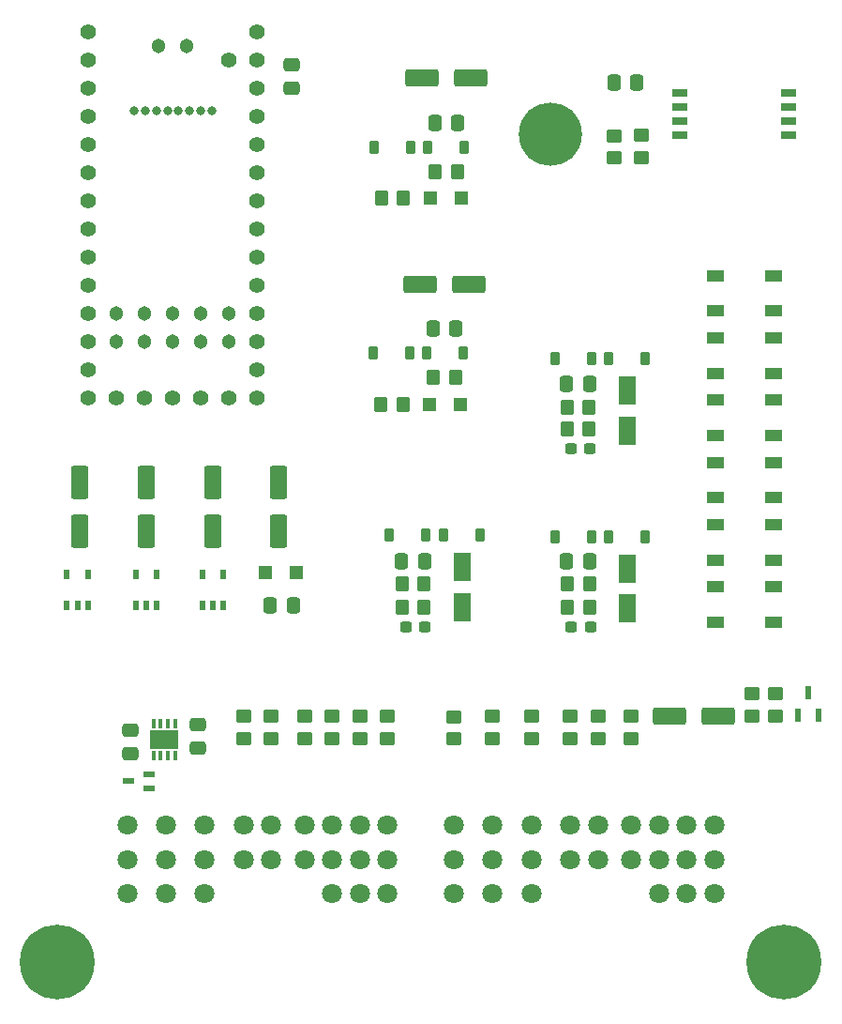
<source format=gts>
G04 #@! TF.GenerationSoftware,KiCad,Pcbnew,7.0.8*
G04 #@! TF.CreationDate,2023-11-08T10:16:28+01:00*
G04 #@! TF.ProjectId,MicroKI,4d696372-6f4b-4492-9e6b-696361645f70,rev?*
G04 #@! TF.SameCoordinates,Original*
G04 #@! TF.FileFunction,Soldermask,Top*
G04 #@! TF.FilePolarity,Negative*
%FSLAX46Y46*%
G04 Gerber Fmt 4.6, Leading zero omitted, Abs format (unit mm)*
G04 Created by KiCad (PCBNEW 7.0.8) date 2023-11-08 10:16:28*
%MOMM*%
%LPD*%
G01*
G04 APERTURE LIST*
G04 Aperture macros list*
%AMRoundRect*
0 Rectangle with rounded corners*
0 $1 Rounding radius*
0 $2 $3 $4 $5 $6 $7 $8 $9 X,Y pos of 4 corners*
0 Add a 4 corners polygon primitive as box body*
4,1,4,$2,$3,$4,$5,$6,$7,$8,$9,$2,$3,0*
0 Add four circle primitives for the rounded corners*
1,1,$1+$1,$2,$3*
1,1,$1+$1,$4,$5*
1,1,$1+$1,$6,$7*
1,1,$1+$1,$8,$9*
0 Add four rect primitives between the rounded corners*
20,1,$1+$1,$2,$3,$4,$5,0*
20,1,$1+$1,$4,$5,$6,$7,0*
20,1,$1+$1,$6,$7,$8,$9,0*
20,1,$1+$1,$8,$9,$2,$3,0*%
G04 Aperture macros list end*
%ADD10RoundRect,0.250000X0.550000X-1.250000X0.550000X1.250000X-0.550000X1.250000X-0.550000X-1.250000X0*%
%ADD11RoundRect,0.237500X-0.300000X-0.237500X0.300000X-0.237500X0.300000X0.237500X-0.300000X0.237500X0*%
%ADD12RoundRect,0.225000X-0.225000X-0.375000X0.225000X-0.375000X0.225000X0.375000X-0.225000X0.375000X0*%
%ADD13R,1.350000X0.690000*%
%ADD14C,1.404000*%
%ADD15C,1.304000*%
%ADD16C,0.804000*%
%ADD17RoundRect,0.250000X-0.450000X0.350000X-0.450000X-0.350000X0.450000X-0.350000X0.450000X0.350000X0*%
%ADD18RoundRect,0.250000X-1.250000X-0.550000X1.250000X-0.550000X1.250000X0.550000X-1.250000X0.550000X0*%
%ADD19RoundRect,0.250000X0.350000X0.450000X-0.350000X0.450000X-0.350000X-0.450000X0.350000X-0.450000X0*%
%ADD20RoundRect,0.225000X0.225000X0.375000X-0.225000X0.375000X-0.225000X-0.375000X0.225000X-0.375000X0*%
%ADD21R,0.600000X0.900000*%
%ADD22RoundRect,0.250000X0.475000X-0.337500X0.475000X0.337500X-0.475000X0.337500X-0.475000X-0.337500X0*%
%ADD23R,0.600000X1.300000*%
%ADD24RoundRect,0.250000X0.337500X0.475000X-0.337500X0.475000X-0.337500X-0.475000X0.337500X-0.475000X0*%
%ADD25RoundRect,0.250000X-0.550000X1.050000X-0.550000X-1.050000X0.550000X-1.050000X0.550000X1.050000X0*%
%ADD26RoundRect,0.250000X-0.337500X-0.475000X0.337500X-0.475000X0.337500X0.475000X-0.337500X0.475000X0*%
%ADD27R,1.200000X1.200000*%
%ADD28RoundRect,0.250000X-0.475000X0.337500X-0.475000X-0.337500X0.475000X-0.337500X0.475000X0.337500X0*%
%ADD29RoundRect,0.250000X0.450000X-0.350000X0.450000X0.350000X-0.450000X0.350000X-0.450000X-0.350000X0*%
%ADD30R,1.550000X1.000000*%
%ADD31C,1.800000*%
%ADD32C,6.750000*%
%ADD33C,3.600000*%
%ADD34C,5.700000*%
%ADD35R,0.350000X0.850000*%
%ADD36R,2.500000X1.680000*%
%ADD37R,1.000000X0.550000*%
G04 APERTURE END LIST*
D10*
X91700000Y-97050000D03*
X91700000Y-92650000D03*
X79725000Y-97050000D03*
X79725000Y-92650000D03*
D11*
X124112500Y-105650000D03*
X125837500Y-105650000D03*
D12*
X106300000Y-62425000D03*
X109600000Y-62425000D03*
D13*
X133895000Y-57515000D03*
X133895000Y-58785000D03*
X133895000Y-60055000D03*
X133895000Y-61325000D03*
X143725000Y-61325000D03*
X143725000Y-60055000D03*
X143725000Y-58785000D03*
X143725000Y-57515000D03*
D14*
X80510000Y-51955000D03*
X80510000Y-54495000D03*
X80510000Y-57035000D03*
X80510000Y-59575000D03*
X80510000Y-62115000D03*
X80510000Y-64655000D03*
X80510000Y-67195000D03*
X80510000Y-69735000D03*
X80510000Y-72275000D03*
X80510000Y-74815000D03*
X80510000Y-77355000D03*
X80510000Y-79895000D03*
X80510000Y-82435000D03*
X80510000Y-84975000D03*
X83050000Y-84975000D03*
X85590000Y-84975000D03*
X88130000Y-84975000D03*
X90670000Y-84975000D03*
X93210000Y-84975000D03*
X95750000Y-84975000D03*
X95750000Y-82435000D03*
X95750000Y-79895000D03*
X95750000Y-77355000D03*
X95750000Y-74815000D03*
X95750000Y-72275000D03*
X95750000Y-69735000D03*
X95750000Y-67195000D03*
X95750000Y-64655000D03*
X95750000Y-62115000D03*
X95750000Y-59575000D03*
X95750000Y-57035000D03*
X95750000Y-54495000D03*
X95750000Y-51955000D03*
X93210000Y-54495000D03*
D15*
X93210000Y-79895000D03*
X93210000Y-77355000D03*
X90670000Y-79895000D03*
X90670000Y-77355000D03*
X88130000Y-79895000D03*
X88130000Y-77355000D03*
X85590000Y-79895000D03*
X85590000Y-77355000D03*
X83050000Y-79895000D03*
X83050000Y-77355000D03*
D16*
X91630000Y-59093400D03*
X90630000Y-59093400D03*
X89630000Y-59093400D03*
X88630000Y-59093400D03*
X87630000Y-59093400D03*
X86630000Y-59093400D03*
X85630000Y-59093400D03*
X84630000Y-59093400D03*
D15*
X89400000Y-53225000D03*
X86860000Y-53225000D03*
D17*
X105000000Y-113700000D03*
X105000000Y-115700000D03*
D18*
X110600000Y-56125000D03*
X115000000Y-56125000D03*
D19*
X108950000Y-66975000D03*
X106950000Y-66975000D03*
X125725000Y-85825000D03*
X123725000Y-85825000D03*
D10*
X97700000Y-97050000D03*
X97700000Y-92650000D03*
D20*
X125925000Y-97500000D03*
X122625000Y-97500000D03*
D17*
X94500000Y-113700000D03*
X94500000Y-115700000D03*
D21*
X78550000Y-103700000D03*
X79500000Y-103700000D03*
X80450000Y-103700000D03*
X80450000Y-100900000D03*
X78550000Y-100900000D03*
D22*
X98830000Y-57055000D03*
X98830000Y-54980000D03*
D17*
X124000000Y-113700000D03*
X124000000Y-115700000D03*
D23*
X144525000Y-113650000D03*
X146425000Y-113650000D03*
X145475000Y-111550000D03*
D24*
X110862500Y-99700000D03*
X108787500Y-99700000D03*
D25*
X114225000Y-100250000D03*
X114225000Y-103850000D03*
D20*
X115825000Y-97400000D03*
X112525000Y-97400000D03*
X130725000Y-97500000D03*
X127425000Y-97500000D03*
D26*
X111762500Y-60175000D03*
X113837500Y-60175000D03*
D24*
X125762500Y-99750000D03*
X123687500Y-99750000D03*
D27*
X96462500Y-100750000D03*
X99262500Y-100750000D03*
D17*
X113500000Y-113750000D03*
X113500000Y-115750000D03*
X96975000Y-113700000D03*
X96975000Y-115700000D03*
D21*
X84750000Y-103700000D03*
X85700000Y-103700000D03*
X86650000Y-103700000D03*
X86650000Y-100900000D03*
X84750000Y-100900000D03*
D19*
X125725000Y-87825000D03*
X123725000Y-87825000D03*
D17*
X107500000Y-113700000D03*
X107500000Y-115700000D03*
D12*
X111150000Y-62425000D03*
X114450000Y-62425000D03*
D17*
X142525000Y-111700000D03*
X142525000Y-113700000D03*
D26*
X111612500Y-78700000D03*
X113687500Y-78700000D03*
D19*
X110825000Y-103850000D03*
X108825000Y-103850000D03*
D20*
X130775000Y-81475000D03*
X127475000Y-81475000D03*
D17*
X120500000Y-113700000D03*
X120500000Y-115700000D03*
D28*
X90412500Y-114487500D03*
X90412500Y-116562500D03*
D17*
X129500000Y-113700000D03*
X129500000Y-115700000D03*
D21*
X90800000Y-103700000D03*
X91750000Y-103700000D03*
X92700000Y-103700000D03*
X92700000Y-100900000D03*
X90800000Y-100900000D03*
D12*
X106250000Y-80900000D03*
X109550000Y-80900000D03*
D19*
X125775000Y-101800000D03*
X123775000Y-101800000D03*
D11*
X109162500Y-105700000D03*
X110887500Y-105700000D03*
D19*
X108900000Y-85600000D03*
X106900000Y-85600000D03*
X125775000Y-103850000D03*
X123775000Y-103850000D03*
D24*
X125762500Y-83775000D03*
X123687500Y-83775000D03*
D12*
X111000000Y-80900000D03*
X114300000Y-80900000D03*
D25*
X129125000Y-100400000D03*
X129125000Y-104000000D03*
D22*
X84312500Y-117075000D03*
X84312500Y-115000000D03*
D29*
X140450000Y-113700000D03*
X140450000Y-111700000D03*
D30*
X137137500Y-79562500D03*
X142387500Y-79562500D03*
X137137500Y-82762500D03*
X142387500Y-82762500D03*
D26*
X96925000Y-103750000D03*
X99000000Y-103750000D03*
D18*
X133000000Y-113700000D03*
X137400000Y-113700000D03*
D17*
X117000000Y-113700000D03*
X117000000Y-115700000D03*
D30*
X137137500Y-96412500D03*
X142387500Y-96412500D03*
X137137500Y-99612500D03*
X142387500Y-99612500D03*
D20*
X110975000Y-97400000D03*
X107675000Y-97400000D03*
D30*
X137137500Y-85162500D03*
X142387500Y-85162500D03*
X137137500Y-88362500D03*
X142387500Y-88362500D03*
D17*
X126500000Y-113700000D03*
X126500000Y-115700000D03*
D19*
X113800000Y-64625000D03*
X111800000Y-64625000D03*
D29*
X130400000Y-63325000D03*
X130400000Y-61325000D03*
D31*
X84000000Y-123500000D03*
X87500000Y-123500000D03*
X91000000Y-123500000D03*
X94500000Y-123500000D03*
X97000000Y-123500000D03*
X100000000Y-123500000D03*
X102500000Y-123500000D03*
X105000000Y-123500000D03*
X107500000Y-123500000D03*
X84000000Y-126700000D03*
X87500000Y-126700000D03*
X91000000Y-126700000D03*
X94500000Y-126700000D03*
X97000000Y-126700000D03*
X100000000Y-126700000D03*
X102500000Y-126700000D03*
X105000000Y-126700000D03*
X107500000Y-126700000D03*
X84000000Y-129700000D03*
X87500000Y-129700000D03*
X91000000Y-129700000D03*
X102500000Y-129700000D03*
X105000000Y-129700000D03*
X107500000Y-129700000D03*
X113500000Y-123500000D03*
X117000000Y-123500000D03*
X120500000Y-123500000D03*
X124000000Y-123500000D03*
X126500000Y-123500000D03*
X129500000Y-123500000D03*
X132000000Y-123500000D03*
X134500000Y-123500000D03*
X137000000Y-123500000D03*
X113500000Y-126700000D03*
X117000000Y-126700000D03*
X120500000Y-126700000D03*
X124000000Y-126700000D03*
X126500000Y-126700000D03*
X129500000Y-126700000D03*
X132000000Y-126700000D03*
X134500000Y-126700000D03*
X137000000Y-126700000D03*
X113500000Y-129700000D03*
X117000000Y-129700000D03*
X120500000Y-129700000D03*
X132000000Y-129700000D03*
X134500000Y-129700000D03*
X137000000Y-129700000D03*
D32*
X77700000Y-135900000D03*
X143300000Y-135900000D03*
D19*
X113650000Y-83100000D03*
X111650000Y-83100000D03*
D20*
X125925000Y-81475000D03*
X122625000Y-81475000D03*
D30*
X137137500Y-102012500D03*
X142387500Y-102012500D03*
X137137500Y-105212500D03*
X142387500Y-105212500D03*
X137137500Y-73962500D03*
X142387500Y-73962500D03*
X137137500Y-77162500D03*
X142387500Y-77162500D03*
D10*
X85700000Y-97050000D03*
X85700000Y-92650000D03*
D25*
X129125000Y-84325000D03*
X129125000Y-87925000D03*
D18*
X110450000Y-74750000D03*
X114850000Y-74750000D03*
D17*
X127950000Y-61350000D03*
X127950000Y-63350000D03*
D11*
X124050000Y-89575000D03*
X125775000Y-89575000D03*
D19*
X110825000Y-101800000D03*
X108825000Y-101800000D03*
D33*
X122175000Y-61250000D03*
D34*
X122175000Y-61250000D03*
D17*
X100000000Y-113700000D03*
X100000000Y-115700000D03*
D35*
X88312500Y-114375000D03*
X87662500Y-114375000D03*
X87012500Y-114375000D03*
X86362500Y-114375000D03*
X86362500Y-117275000D03*
X87012500Y-117275000D03*
X87662500Y-117275000D03*
X88312500Y-117275000D03*
D36*
X87337500Y-115825000D03*
D27*
X111350000Y-66975000D03*
X114150000Y-66975000D03*
X111250000Y-85600000D03*
X114050000Y-85600000D03*
D17*
X102500000Y-113700000D03*
X102500000Y-115700000D03*
D37*
X86012500Y-120225000D03*
X86012500Y-118925000D03*
X84112500Y-119575000D03*
D24*
X130025000Y-56575000D03*
X127950000Y-56575000D03*
D30*
X137137500Y-90812500D03*
X142387500Y-90812500D03*
X137137500Y-94012500D03*
X142387500Y-94012500D03*
M02*

</source>
